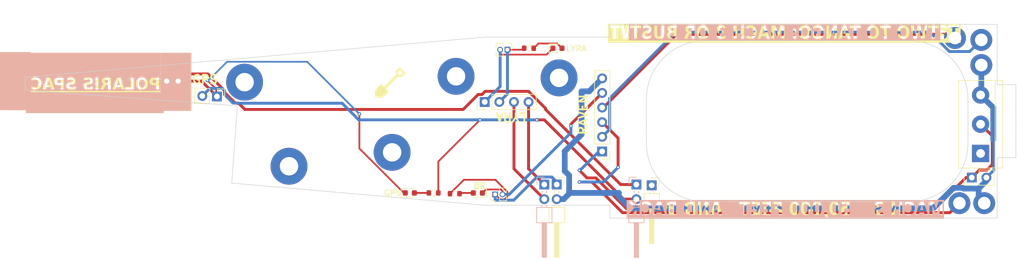
<source format=kicad_pcb>
(kicad_pcb (version 20240108) (generator "pcbnew") (generator_version "8.0")
  (layers (0 "F.Cu" signal) (31 "B.Cu" signal) (34 "B.Paste" user) (35 "F.Paste" user) (36 "B.SilkS" user "B.Silkscreen") (37 "F.SilkS" user "F.Silkscreen") (38 "B.Mask" user) (39 "F.Mask" user) (44 "Edge.Cuts" user))
  (net 0 "")
  (net 6 "/HEI")
  (net 7 "/APO_BACKUP")
  (net 8 "/APOGEE")
  (net 9 "/BR_NEG")
  (net 10 "/MAIN")
  (net 11 "/BR_POS")
  (net 12 "Net-(BT2-+)")
  (net 13 "Net-(BT2--)")
  (net 14 "Net-(BT3--)")
  (net 15 "Net-(BT3-+)")
  (net 16 "Net-(GPS1-VIN)")
  (net 17 "Net-(LYRA1-SW+)")
  (net 18 "Net-(LYRA1-SW-)")
  (net 20 "Net-(BT1-+)")
  (net 22 "Net-(D1-A)")
  (net 23 "Net-(D2-A)")
  (net 24 "Net-(D3-A)")
  (footprint "MountingHole:MountingHole_3.2mm_M3_Pad" (layer "F.Cu") (at 168.427502 52.393444)
    (property "Reference" "H1" (hide yes))
    (property "Value" "MountingHole_Pad")
    (pad "1" thru_hole circle (at 0 0) (size 6.4 6.4) (drill 3.2) (layers "*.Cu" "*.Mask"))
  )
  (footprint "Connector_PinHeader_1.27mm:PinHeader_1x02_P1.27mm_Vertical" (layer "F.Cu") (at 159.4612 47.498 -90)
    (property "Reference" "BT2" (hide yes))
    (property "Value" "Battery")
    (fp_line (start -1.11 1.965) (end -0.30753 1.965) (stroke (width 0.12)) (layer "F.SilkS"))
    (fp_line (start 0.30753 1.965) (end 1.11 1.965) (stroke (width 0.12)) (layer "F.SilkS"))
    (fp_line (start -1.11 0.76) (end -1.11 1.965) (stroke (width 0.12)) (layer "F.SilkS"))
    (fp_line (start -1.11 0.76) (end -0.563471 0.76) (stroke (width 0.12)) (layer "F.SilkS"))
    (fp_line (start 0.563471 0.76) (end 1.11 0.76) (stroke (width 0.12)) (layer "F.SilkS"))
    (fp_line (start 1.11 0.76) (end 1.11 1.965) (stroke (width 0.12)) (layer "F.SilkS"))
    (fp_line (start -1.11 0) (end -1.11 -0.76) (stroke (width 0.12)) (layer "F.SilkS"))
    (fp_line (start -1.11 -0.76) (end 0 -0.76) (stroke (width 0.12)) (layer "F.SilkS"))
    (pad "1" thru_hole rect (at 0 0 270) (size 1 1) (drill 0.65) (layers "*.Cu" "*.Mask") (net 12 "Net-(BT2-+)"))
    (pad "2" thru_hole oval (at 0 1.27 270) (size 1 1) (drill 0.65) (layers "*.Cu" "*.Mask") (net 13 "Net-(BT2--)"))
  )
  (footprint "Connector_PinHeader_2.54mm:PinHeader_2x01_P2.54mm_Horizontal" (layer "F.Cu") (at 168.021 70.931 -90)
    (property "Reference" "SW1" (hide yes))
    (property "Value" "SW_DIP_x01")
    (fp_line (start 3.98 1.33) (end 6.64 1.33) (stroke (width 0.12)) (layer "F.SilkS"))
    (fp_line (start 6.64 1.33) (end 6.64 -1.33) (stroke (width 0.12)) (layer "F.SilkS"))
    (fp_line (start 1.11 0.38) (end 1.497071 0.38) (stroke (width 0.12)) (layer "F.SilkS"))
    (fp_line (start 3.582929 0.38) (end 3.98 0.38) (stroke (width 0.12)) (layer "F.SilkS"))
    (fp_line (start 12.64 0.38) (end 6.64 0.38) (stroke (width 0.12)) (layer "F.SilkS"))
    (fp_line (start 6.64 0.28) (end 12.64 0.28) (stroke (width 0.12)) (layer "F.SilkS"))
    (fp_line (start 6.64 0.16) (end 12.64 0.16) (stroke (width 0.12)) (layer "F.SilkS"))
    (fp_line (start 6.64 0.04) (end 12.64 0.04) (stroke (width 0.12)) (layer "F.SilkS"))
    (fp_line (start -1.27 0) (end -1.27 -1.27) (stroke (width 0.12)) (layer "F.SilkS"))
    (fp_line (start 6.64 -0.08) (end 12.64 -0.08) (stroke (width 0.12)) (layer "F.SilkS"))
    (fp_line (start 6.64 -0.2) (end 12.64 -0.2) (stroke (width 0.12)) (layer "F.SilkS"))
    (fp_line (start 6.64 -0.32) (end 12.64 -0.32) (stroke (width 0.12)) (layer "F.SilkS"))
    (fp_line (start 1.11 -0.38) (end 1.497071 -0.38) (stroke (width 0.12)) (layer "F.SilkS"))
    (fp_line (start 3.582929 -0.38) (end 3.98 -0.38) (stroke (width 0.12)) (layer "F.SilkS"))
    (fp_line (start 6.64 -0.38) (end 12.64 -0.38) (stroke (width 0.12)) (layer "F.SilkS"))
    (fp_line (start 12.64 -0.38) (end 12.64 0.38) (stroke (width 0.12)) (layer "F.SilkS"))
    (fp_line (start -1.27 -1.27) (end 0 -1.27) (stroke (width 0.12)) (layer "F.SilkS"))
    (fp_line (start 3.98 -1.33) (end 3.98 1.33) (stroke (width 0.12)) (layer "F.SilkS"))
    (fp_line (start 6.64 -1.33) (end 3.98 -1.33) (stroke (width 0.12)) (layer "F.SilkS"))
    (pad "1" thru_hole rect (at 0 0 270) (size 1.7 1.7) (drill 1) (layers "*.Cu" "*.Mask") (net 20 "Net-(BT1-+)"))
    (pad "2" thru_hole oval (at 2.54 0 270) (size 1.7 1.7) (drill 1) (layers "*.Cu" "*.Mask") (net 11 "/BR_POS"))
  )
  (footprint "Connector_PinHeader_1.27mm:PinHeader_1x02_P1.27mm_Vertical" (layer "F.Cu") (at 157.3276 72.644 90)
    (property "Reference" "BT1" (hide yes))
    (property "Value" "Battery")
    (fp_line (start -1.11 -0.76) (end 0 -0.76) (stroke (width 0.12)) (layer "F.SilkS"))
    (fp_line (start -1.11 0) (end -1.11 -0.76) (stroke (width 0.12)) (layer "F.SilkS"))
    (fp_line (start 1.11 0.76) (end 1.11 1.965) (stroke (width 0.12)) (layer "F.SilkS"))
    (fp_line (start 0.563471 0.76) (end 1.11 0.76) (stroke (width 0.12)) (layer "F.SilkS"))
    (fp_line (start -1.11 0.76) (end -0.563471 0.76) (stroke (width 0.12)) (layer "F.SilkS"))
    (fp_line (start -1.11 0.76) (end -1.11 1.965) (stroke (width 0.12)) (layer "F.SilkS"))
    (fp_line (start 0.30753 1.965) (end 1.11 1.965) (stroke (width 0.12)) (layer "F.SilkS"))
    (fp_line (start -1.11 1.965) (end -0.30753 1.965) (stroke (width 0.12)) (layer "F.SilkS"))
    (pad "1" thru_hole rect (at 0 0 90) (size 1 1) (drill 0.65) (layers "*.Cu" "*.Mask") (net 20 "Net-(BT1-+)"))
    (pad "2" thru_hole oval (at 0 1.27 90) (size 1 1) (drill 0.65) (layers "*.Cu" "*.Mask") (net 9 "/BR_NEG"))
  )
  (footprint "MountingHole:MountingHole_3.2mm_M3_Pad" (layer "F.Cu") (at 121.5 67.75)
    (property "Reference" "H5" (hide yes))
    (property "Value" "MountingHole_Pad")
    (pad "1" thru_hole circle (at 0 0) (size 6.4 6.4) (drill 3.2) (layers "*.Cu" "*.Mask"))
  )
  (footprint "LED_SMD:LED_0603_1608Metric" (layer "F.Cu") (at 142.494 72.39)
    (property "Reference" "D3" (hide yes))
    (property "Value" "LED")
    (fp_line (start -1.485 -0.735) (end -1.485 0.735) (stroke (width 0.12)) (layer "F.SilkS"))
    (fp_line (start -1.485 0.735) (end 0.8 0.735) (stroke (width 0.12)) (layer "F.SilkS"))
    (fp_line (start 0.8 -0.735) (end -1.485 -0.735) (stroke (width 0.12)) (layer "F.SilkS"))
    (pad "1" smd roundrect (at -0.7875 0) (size 0.875 0.95) (layers "F.Cu" "F.Paste" "F.Mask") (net 14 "Net-(BT3--)"))
    (pad "2" smd roundrect (at 0.7875 0) (size 0.875 0.95) (layers "F.Cu" "F.Paste" "F.Mask") (net 24 "Net-(D3-A)"))
  )
  (footprint "MountingHole:MountingHole_2.2mm_M2_DIN965_Pad" (layer "F.Cu") (at 237.236 45.466)
    (property "Reference" "H6" (hide yes))
    (property "Value" "MountingHole_Pad")
    (pad "1" thru_hole circle (at 0 0) (size 3.8 3.8) (drill 2.2) (layers "*.Cu" "*.Mask") (net 8 "/APOGEE"))
  )
  (footprint "easyeda2kicad:CONN-TH_2P-P2.00_PH-2AK" (layer "F.Cu") (at 101.235 52.959)
    (property "Reference" "BT3" (hide yes))
    (property "Value" "Battery")
    (fp_line (start -3.01 -1.82) (end 2.89 -1.81) (stroke (width 0.25)) (layer "F.SilkS"))
    (fp_line (start -3.01 -0.04) (end -3 2.88) (stroke (width 0.25)) (layer "F.SilkS"))
    (fp_line (start -3.01 0.21) (end -3.01 -1.82) (stroke (width 0.25)) (layer "F.SilkS"))
    (fp_line (start -3 2.88) (end 2.89 2.88) (stroke (width 0.25)) (layer "F.SilkS"))
    (fp_line (start -2.4 -0.08) (end -2.91 -0.08) (stroke (width 0.25)) (layer "F.SilkS"))
    (fp_line (start -2.4 0.69) (end -2.91 0.69) (stroke (width 0.25)) (layer "F.SilkS"))
    (fp_line (start -0.88 -1.82) (end -0.88 -1.31) (stroke (width 0.25)) (layer "F.SilkS"))
    (fp_line (start 1.15 -1.82) (end 1.15 -1.31) (stroke (width 0.25)) (layer "F.SilkS"))
    (fp_line (start 2.3 -0.01) (end 2.8 -0.01) (stroke (width 0.25)) (layer "F.SilkS"))
    (fp_line (start 2.3 0.75) (end 2.8 0.75) (stroke (width 0.25)) (layer "F.SilkS"))
    (fp_line (start 2.89 -1.81) (end 2.89 2.88) (stroke (width 0.25)) (layer "F.SilkS"))
    (pad "1" thru_hole rect (at -1 0) (size 1.6 1.6) (drill 0.900024) (layers "*.Cu" "*.Mask") (net 15 "Net-(BT3-+)"))
    (pad "2" thru_hole circle (at 1 0) (size 1.6 1.6) (drill 0.900024) (layers "*.Cu" "*.Mask") (net 14 "Net-(BT3--)"))
  )
  (footprint "MountingHole:MountingHole_2.2mm_M2_DIN965_Pad" (layer "F.Cu") (at 237.998 74.168 180)
    (property "Reference" "H8" (hide yes))
    (property "Value" "MountingHole_Pad")
    (pad "1" thru_hole circle (at 0 0 180) (size 3.8 3.8) (drill 2.2) (layers "*.Cu" "*.Mask") (net 10 "/MAIN"))
  )
  (footprint "Resistor_SMD:R_0603_1608Metric" (layer "F.Cu") (at 146.621 72.39)
    (property "Reference" "R3" (hide yes))
    (property "Value" "1k")
    (fp_line (start -0.237258 -0.5225) (end 0.237258 -0.5225) (stroke (width 0.12)) (layer "F.SilkS"))
    (fp_line (start -0.237258 0.5225) (end 0.237258 0.5225) (stroke (width 0.12)) (layer "F.SilkS"))
    (pad "1" smd roundrect (at -0.825 0) (size 0.8 0.95) (layers "F.Cu" "F.Paste" "F.Mask") (net 24 "Net-(D3-A)"))
    (pad "2" smd roundrect (at 0.825 0) (size 0.8 0.95) (layers "F.Cu" "F.Paste" "F.Mask") (net 16 "Net-(GPS1-VIN)"))
  )
  (footprint "Resistor_SMD:R_0603_1608Metric" (layer "F.Cu") (at 150.304 72.517 180)
    (property "Reference" "R2" (hide yes))
    (property "Value" "1k")
    (fp_line (start -0.237258 0.5225) (end 0.237258 0.5225) (stroke (width 0.12)) (layer "F.SilkS"))
    (fp_line (start -0.237258 -0.5225) (end 0.237258 -0.5225) (stroke (width 0.12)) (layer "F.SilkS"))
    (pad "1" smd roundrect (at -0.825 0 180) (size 0.8 0.95) (layers "F.Cu" "F.Paste" "F.Mask") (net 23 "Net-(D2-A)"))
    (pad "2" smd roundrect (at 0.825 0 180) (size 0.8 0.95) (layers "F.Cu" "F.Paste" "F.Mask") (net 20 "Net-(BT1-+)"))
  )
  (footprint "Connector_PinHeader_2.54mm:PinHeader_1x06_P2.54mm_Vertical" (layer "F.Cu") (at 175.9204 65.1764 180)
    (property "Reference" "BR1" (hide yes))
    (property "Value" "~")
    (fp_line (start 1.33 1.27) (end 1.33 14.03) (stroke (width 0.12)) (layer "F.SilkS"))
    (fp_line (start -1.33 14.03) (end 1.33 14.03) (stroke (width 0.12)) (layer "F.SilkS"))
    (fp_line (start -1.33 1.27) (end 1.33 1.27) (stroke (width 0.12)) (layer "F.SilkS"))
    (fp_line (start -1.33 1.27) (end -1.33 14.03) (stroke (width 0.12)) (layer "F.SilkS"))
    (fp_line (start -1.33 0) (end -1.33 -1.33) (stroke (width 0.12)) (layer "F.SilkS"))
    (fp_line (start -1.33 -1.33) (end 0 -1.33) (stroke (width 0.12)) (layer "F.SilkS"))
    (pad "1" thru_hole rect (at 0 0 180) (size 1.7 1.7) (drill 1) (layers "*.Cu" "*.Mask") (net 6 "/HEI"))
    (pad "2" thru_hole oval (at 0 2.54 180) (size 1.7 1.7) (drill 1) (layers "*.Cu" "*.Mask") (net 7 "/APO_BACKUP"))
    (pad "3" thru_hole oval (at 0 5.08 180) (size 1.7 1.7) (drill 1) (layers "*.Cu" "*.Mask") (net 10 "/MAIN"))
    (pad "4" thru_hole oval (at 0 7.62 180) (size 1.7 1.7) (drill 1) (layers "*.Cu" "*.Mask") (net 8 "/APOGEE"))
    (pad "5" thru_hole oval (at 0 10.16 180) (size 1.7 1.7) (drill 1) (layers "*.Cu" "*.Mask") (net 9 "/BR_NEG"))
    (pad "6" thru_hole oval (at 0 12.7 180) (size 1.7 1.7) (drill 1) (layers "*.Cu" "*.Mask") (net 11 "/BR_POS"))
  )
  (footprint "Resistor_SMD:R_0603_1608Metric" (layer "F.Cu") (at 163.195 47.244 180)
    (property "Reference" "R1" (hide yes))
    (property "Value" "1k")
    (fp_line (start -0.237258 0.5225) (end 0.237258 0.5225) (stroke (width 0.12)) (layer "F.SilkS"))
    (fp_line (start -0.237258 -0.5225) (end 0.237258 -0.5225) (stroke (width 0.12)) (layer "F.SilkS"))
    (pad "1" smd roundrect (at -0.825 0 180) (size 0.8 0.95) (layers "F.Cu" "F.Paste" "F.Mask") (net 22 "Net-(D1-A)"))
    (pad "2" smd roundrect (at 0.825 0 180) (size 0.8 0.95) (layers "F.Cu" "F.Paste" "F.Mask") (net 12 "Net-(BT2-+)"))
  )
  (footprint "Connector_PinHeader_2.54mm:PinHeader_1x02_P2.54mm_Vertical" (layer "F.Cu") (at 240.152 69.723 90)
    (property "Reference" "J2" (hide yes))
    (property "Value" "Conn_01x02")
    (fp_line (start -1.33 -1.33) (end 0 -1.33) (stroke (width 0.12)) (layer "F.SilkS"))
    (fp_line (start -1.33 0) (end -1.33 -1.33) (stroke (width 0.12)) (layer "F.SilkS"))
    (fp_line (start 1.33 1.27) (end 1.33 3.87) (stroke (width 0.12)) (layer "F.SilkS"))
    (fp_line (start -1.33 1.27) (end 1.33 1.27) (stroke (width 0.12)) (layer "F.SilkS"))
    (fp_line (start -1.33 1.27) (end -1.33 3.87) (stroke (width 0.12)) (layer "F.SilkS"))
    (fp_line (start -1.33 3.87) (end 1.33 3.87) (stroke (width 0.12)) (layer "F.SilkS"))
    (pad "1" thru_hole rect (at 0 0 90) (size 1.7 1.7) (drill 1) (layers "*.Cu" "*.Mask") (net 6 "/HEI"))
    (pad "2" thru_hole oval (at 0 2.54 90) (size 1.7 1.7) (drill 1) (layers "*.Cu" "*.Mask") (net 11 "/BR_POS"))
  )
  (footprint "LED_SMD:LED_0603_1608Metric" (layer "F.Cu") (at 154.314 72.397 180)
    (property "Reference" "D2" (hide yes))
    (property "Value" "LED")
    (fp_line (start 0.8 -0.735) (end -1.485 -0.735) (stroke (width 0.12)) (layer "F.SilkS"))
    (fp_line (start -1.485 0.735) (end 0.8 0.735) (stroke (width 0.12)) (layer "F.SilkS"))
    (fp_line (start -1.485 -0.735) (end -1.485 0.735) (stroke (width 0.12)) (layer "F.SilkS"))
    (pad "1" smd roundrect (at -0.7875 0 180) (size 0.875 0.95) (layers "F.Cu" "F.Paste" "F.Mask") (net 9 "/BR_NEG"))
    (pad "2" smd roundrect (at 0.7875 0 180) (size 0.875 0.95) (layers "F.Cu" "F.Paste" "F.Mask") (net 23 "Net-(D2-A)"))
  )
  (footprint "Connector_PinHeader_2.54mm:PinHeader_1x04_P2.54mm_Vertical" (layer "F.Cu") (at 155.5088 56.5812 90)
    (property "Reference" "LYRA1" (hide yes))
    (property "Value" "~")
    (fp_line (start -1.33 -1.33) (end 0 -1.33) (stroke (width 0.12)) (layer "F.SilkS"))
    (fp_line (start -1.33 0) (end -1.33 -1.33) (stroke (width 0.12)) (layer "F.SilkS"))
    (fp_line (start 1.33 1.27) (end 1.33 8.95) (stroke (width 0.12)) (layer "F.SilkS"))
    (fp_line (start -1.33 1.27) (end 1.33 1.27) (stroke (width 0.12)) (layer "F.SilkS"))
    (fp_line (start -1.33 1.27) (end -1.33 8.95) (stroke (width 0.12)) (layer "F.SilkS"))
    (fp_line (start -1.33 8.95) (end 1.33 8.95) (stroke (width 0.12)) (layer "F.SilkS"))
    (pad "1" thru_hole rect (at 0 0 90) (size 1.7 1.7) (drill 1) (layers "*.Cu" "*.Mask") (net 13 "Net-(BT2--)"))
    (pad "2" thru_hole oval (at 0 2.54 90) (size 1.7 1.7) (drill 1) (layers "*.Cu" "*.Mask") (net 12 "Net-(BT2-+)"))
    (pad "3" thru_hole oval (at 0 5.08 90) (size 1.7 1.7) (drill 1) (layers "*.Cu" "*.Mask") (net 17 "Net-(LYRA1-SW+)"))
    (pad "4" thru_hole oval (at 0 7.62 90) (size 1.7 1.7) (drill 1) (layers "*.Cu" "*.Mask") (net 18 "Net-(LYRA1-SW-)"))
  )
  (footprint "MountingHole:MountingHole_2.2mm_M2_DIN965_Pad" (layer "F.Cu") (at 242.316 74.168 180)
    (property "Reference" "H9" (hide yes))
    (property "Value" "MountingHole_Pad")
    (pad "1" thru_hole circle (at 0 0 180) (size 3.8 3.8) (drill 2.2) (layers "*.Cu" "*.Mask") (net 11 "/BR_POS"))
  )
  (footprint "MountingHole:MountingHole_2.2mm_M2_DIN965_Pad" (layer "F.Cu") (at 241.808 50.165 -90)
    (property "Reference" "H11" (hide yes))
    (property "Value" "MountingHole_Pad")
    (pad "1" thru_hole circle (at 0 0 270) (size 3.8 3.8) (drill 2.2) (layers "*.Cu" "*.Mask") (net 11 "/BR_POS"))
  )
  (footprint "MountingHole:MountingHole_3.2mm_M3_Pad" (layer "F.Cu") (at 113.780646 53.142541)
    (property "Reference" "H3" (hide yes))
    (property "Value" "MountingHole_Pad")
    (pad "1" thru_hole circle (at 0 0) (size 6.4 6.4) (drill 3.2) (layers "*.Cu" "*.Mask"))
  )
  (footprint "Connector_PinHeader_2.54mm:PinHeader_1x01_P2.54mm_Horizontal" (layer "F.Cu") (at 184.531 71.063 -90)
    (property "Reference" "SW4" (hide yes))
    (property "Value" "SW_DIP_x01")
    (fp_line (start 1.44 1.33) (end 4.1 1.33) (stroke (width 0.12)) (layer "F.SilkS"))
    (fp_line (start 4.1 1.33) (end 4.1 -1.33) (stroke (width 0.12)) (layer "F.SilkS"))
    (fp_line (start 1.11 0.38) (end 1.44 0.38) (stroke (width 0.12)) (layer "F.SilkS"))
    (fp_line (start 10.1 0.38) (end 4.1 0.38) (stroke (width 0.12)) (layer "F.SilkS"))
    (fp_line (start 4.1 0.28) (end 10.1 0.28) (stroke (width 0.12)) (layer "F.SilkS"))
    (fp_line (start 4.1 0.16) (end 10.1 0.16) (stroke (width 0.12)) (layer "F.SilkS"))
    (fp_line (start 4.1 0.04) (end 10.1 0.04) (stroke (width 0.12)) (layer "F.SilkS"))
    (fp_line (start -1.27 0) (end -1.27 -1.27) (stroke (width 0.12)) (layer "F.SilkS"))
    (fp_line (start 4.1 -0.08) (end 10.1 -0.08) (stroke (width 0.12)) (layer "F.SilkS"))
    (fp_line (start 4.1 -0.2) (end 10.1 -0.2) (stroke (width 0.12)) (layer "F.SilkS"))
    (fp_line (start 4.1 -0.32) (end 10.1 -0.32) (stroke (width 0.12)) (layer "F.SilkS"))
    (fp_line (start 1.11 -0.38) (end 1.44 -0.38) (stroke (width 0.12)) (layer "F.SilkS"))
    (fp_line (start 4.1 -0.38) (end 10.1 -0.38) (stroke (width 0.12)) (layer "F.SilkS"))
    (fp_line (start 10.1 -0.38) (end 10.1 0.38) (stroke (width 0.12)) (layer "F.SilkS"))
    (fp_line (start -1.27 -1.27) (end 0 -1.27) (stroke (width 0.12)) (layer "F.SilkS"))
    (fp_line (start 1.44 -1.33) (end 1.44 1.33) (stroke (width 0.12)) (layer "F.SilkS"))
    (fp_line (start 4.1 -1.33) (end 1.44 -1.33) (stroke (width 0.12)) (layer "F.SilkS"))
    (pad "1" thru_hole rect (at 0 0 270) (size 1.7 1.7) (drill 1) (layers "*.Cu" "*.Mask"))
  )
  (footprint "MountingHole:MountingHole_3.2mm_M3_Pad" (layer "F.Cu") (at 139.416333 65.335328)
    (property "Reference" "H4" (hide yes))
    (property "Value" "MountingHole_Pad")
    (pad "1" thru_hole circle (at 0 0) (size 6.4 6.4) (drill 3.2) (layers "*.Cu" "*.Mask"))
  )
  (footprint "TerminalBlock:TerminalBlock_bornier-3_P5.08mm" (layer "F.Cu") (at 241.681 65.532 90)
    (property "Reference" "SW5" (hide yes))
    (property "Value" "SW_SPDT")
    (fp_line (start -2.54 -3.81) (end 12.7 -3.81) (stroke (width 0.12)) (layer "F.SilkS"))
    (fp_line (start -2.54 2.54) (end 12.7 2.54) (stroke (width 0.12)) (layer "F.SilkS"))
    (fp_line (start 12.7 3.81) (end 12.7 -3.81) (stroke (width 0.12)) (layer "F.SilkS"))
    (fp_line (start -2.54 3.81) (end -2.54 -3.81) (stroke (width 0.12)) (layer "F.SilkS"))
    (fp_line (start -2.54 3.81) (end 12.7 3.81) (stroke (width 0.12)) (layer "F.SilkS"))
    (pad "1" thru_hole rect (at 0 0 90) (size 3 3) (drill 1.52) (layers "*.Cu" "*.Mask"))
    (pad "2" thru_hole circle (at 5.08 0 90) (size 3 3) (drill 1.52) (layers "*.Cu" "*.Mask") (net 6 "/HEI"))
    (pad "3" thru_hole circle (at 10.16 0 90) (size 3 3) (drill 1.52) (layers "*.Cu" "*.Mask") (net 11 "/BR_POS"))
  )
  (footprint "MountingHole:MountingHole_2.2mm_M2_DIN965_Pad" (layer "F.Cu") (at 241.808 45.7962 -90)
    (property "Reference" "H10" (hide yes))
    (property "Value" "MountingHole_Pad")
    (pad "1" thru_hole circle (at 0 0 270) (size 3.8 3.8) (drill 2.2) (layers "*.Cu" "*.Mask") (net 7 "/APO_BACKUP"))
  )
  (footprint "MountingHole:MountingHole_3.2mm_M3_Pad" (layer "F.Cu") (at 150.53249 52.126007)
    (property "Reference" "H2" (hide yes))
    (property "Value" "MountingHole_Pad")
    (pad "1" thru_hole circle (at 0 0) (size 6.4 6.4) (drill 3.2) (layers "*.Cu" "*.Mask"))
  )
  (footprint "LED_SMD:LED_0603_1608Metric" (layer "F.Cu") (at 168.148 47.244)
    (property "Reference" "D1" (hide yes))
    (property "Value" "LED")
    (fp_line (start -1.485 -0.735) (end -1.485 0.735) (stroke (width 0.12)) (layer "F.SilkS"))
    (fp_line (start -1.485 0.735) (end 0.8 0.735) (stroke (width 0.12)) (layer "F.SilkS"))
    (fp_line (start 0.8 -0.735) (end -1.485 -0.735) (stroke (width 0.12)) (layer "F.SilkS"))
    (pad "1" smd roundrect (at -0.7875 0) (size 0.875 0.95) (layers "F.Cu" "F.Paste" "F.Mask") (net 13 "Net-(BT2--)"))
    (pad "2" smd roundrect (at 0.7875 0) (size 0.875 0.95) (layers "F.Cu" "F.Paste" "F.Mask") (net 22 "Net-(D1-A)"))
  )
  (footprint "Connector_PinHeader_2.54mm:PinHeader_1x02_P2.54mm_Vertical" (layer "F.Cu") (at 108.971 55.626 -92)
    (property "Reference" "GPS1" (hide yes))
    (property "Value" "~")
    (fp_line (start -1.33 3.87) (end 1.329999 3.869999) (stroke (width 0.12)) (layer "F.SilkS"))
    (fp_line (start 1.33 1.27) (end 1.329999 3.869999) (stroke (width 0.12)) (layer "F.SilkS"))
    (fp_line (start -1.330001 1.27) (end -1.33 3.87) (stroke (width 0.12)) (layer "F.SilkS"))
    (fp_line (start -1.330001 1.27) (end 1.33 1.27) (stroke (width 0.12)) (layer "F.SilkS"))
    (fp_line (start -1.33 0) (end -1.33 -1.33) (stroke (width 0.12)) (layer "F.SilkS"))
    (fp_line (start -1.33 -1.33) (end 0 -1.33) (stroke (width 0.12)) (layer "F.SilkS"))
    (pad "1" thru_hole rect (at 0 0 268) (size 1.7 1.7) (drill 1) (layers "*.Cu" "*.Mask") (net 14 "Net-(BT3--)"))
    (pad "2" thru_hole oval (at 0 2.54 268) (size 1.7 1.7) (drill 1) (layers "*.Cu" "*.Mask") (net 16 "Net-(GPS1-VIN)"))
  )
  (footprint "Connector_PinHeader_2.54mm:PinHeader_2x01_P2.54mm_Horizontal" (layer "B.Cu") (at 181.864 70.931 -90)
    (property "Reference" "SW3" (hide yes))
    (property "Value" "SW_DIP_x01")
    (fp_line (start 3.98 1.33) (end 6.64 1.33) (stroke (width 0.12)) (layer "B.SilkS"))
    (fp_line (start 6.64 1.33) (end 6.64 -1.33) (stroke (width 0.12)) (layer "B.SilkS"))
    (fp_line (start -1.27 1.27) (end -1.27 0) (stroke (width 0.12)) (layer "B.SilkS"))
    (fp_line (start 0 1.27) (end -1.27 1.27) (stroke (width 0.12)) (layer "B.SilkS"))
    (fp_line (start 1.497071 0.38) (end 1.11 0.38) (stroke (width 0.12)) (layer "B.SilkS"))
    (fp_line (start 3.98 0.38) (end 3.582929 0.38) (stroke (width 0.12)) (layer "B.SilkS"))
    (fp_line (start 12.64 0.38) (end 6.64 0.38) (stroke (width 0.12)) (layer "B.SilkS"))
    (fp_line (start 12.64 0.32) (end 6.64 0.32) (stroke (width 0.12)) (layer "B.SilkS"))
    (fp_line (start 12.64 0.2) (end 6.64 0.2) (stroke (width 0.12)) (layer "B.SilkS"))
    (fp_line (start 12.64 0.08) (end 6.64 0.08) (stroke (width 0.12)) (layer "B.SilkS"))
    (fp_line (start 12.64 -0.04) (end 6.64 -0.04) (stroke (width 0.12)) (layer "B.SilkS"))
    (fp_line (start 12.64 -0.16) (end 6.64 -0.16) (stroke (width 0.12)) (layer "B.SilkS"))
    (fp_line (start 12.64 -0.28) (end 6.64 -0.28) (stroke (width 0.12)) (layer "B.SilkS"))
    (fp_line (start 1.497071 -0.38) (end 1.11 -0.38) (stroke (width 0.12)) (layer "B.SilkS"))
    (fp_line (start 3.98 -0.38) (end 3.582929 -0.38) (stroke (width 0.12)) (layer "B.SilkS"))
    (fp_line (start 6.64 -0.38) (end 12.64 -0.38) (stroke (width 0.12)) (layer "B.SilkS"))
    (fp_line (start 12.64 -0.38) (end 12.64 0.38) (stroke (width 0.12)) (layer "B.SilkS"))
    (fp_line (start 3.98 -1.33) (end 3.98 1.33) (stroke (width 0.12)) (layer "B.SilkS"))
    (fp_line (start 6.64 -1.33) (end 3.98 -1.33) (stroke (width 0.12)) (layer "B.SilkS"))
    (pad "1" thru_hole rect (at 0 0 270) (size 1.7 1.7) (drill 1) (layers "*.Cu" "*.Mask") (net 15 "Net-(BT3-+)"))
    (pad "2" thru_hole oval (at 2.54 0 270) (size 1.7 1.7) (drill 1) (layers "*.Cu" "*.Mask") (net 16 "Net-(GPS1-VIN)"))
  )
  (footprint "Connector_PinHeader_2.54mm:PinHeader_2x01_P2.54mm_Horizontal" (layer "B.Cu") (at 165.862 70.931 -90)
    (property "Reference" "SW2" (hide yes))
    (property "Value" "SW_DIP_x01")
    (fp_line (start 3.98 1.33) (end 6.64 1.33) (stroke (width 0.12)) (layer "B.SilkS"))
    (fp_line (start 6.64 1.33) (end 6.64 -1.33) (stroke (width 0.12)) (layer "B.SilkS"))
    (fp_line (start -1.27 1.27) (end -1.27 0) (stroke (width 0.12)) (layer "B.SilkS"))
    (fp_line (start 0 1.27) (end -1.27 1.27) (stroke (width 0.12)) (layer "B.SilkS"))
    (fp_line (start 1.497071 0.38) (end 1.11 0.38) (stroke (width 0.12)) (layer "B.SilkS"))
    (fp_line (start 3.98 0.38) (end 3.582929 0.38) (stroke (width 0.12)) (layer "B.SilkS"))
    (fp_line (start 12.64 0.38) (end 6.64 0.38) (stroke (width 0.12)) (layer "B.SilkS"))
    (fp_line (start 12.64 0.32) (end 6.64 0.32) (stroke (width 0.12)) (layer "B.SilkS"))
    (fp_line (start 12.64 0.2) (end 6.64 0.2) (stroke (width 0.12)) (layer "B.SilkS"))
    (fp_line (start 12.64 0.08) (end 6.64 0.08) (stroke (width 0.12)) (layer "B.SilkS"))
    (fp_line (start 12.64 -0.04) (end 6.64 -0.04) (stroke (width 0.12)) (layer "B.SilkS"))
    (fp_line (start 12.64 -0.16) (end 6.64 -0.16) (stroke (width 0.12)) (layer "B.SilkS"))
    (fp_line (start 12.64 -0.28) (end 6.64 -0.28) (stroke (width 0.12)) (layer "B.SilkS"))
    (fp_line (start 1.497071 -0.38) (end 1.11 -0.38) (stroke (width 0.12)) (layer "B.SilkS"))
    (fp_line (start 3.98 -0.38) (end 3.582929 -0.38) (stroke (width 0.12)) (layer "B.SilkS"))
    (fp_line (start 6.64 -0.38) (end 12.64 -0.38) (stroke (width 0.12)) (layer "B.SilkS"))
    (fp_line (start 12.64 -0.38) (end 12.64 0.38) (stroke (width 0.12)) (layer "B.SilkS"))
    (fp_line (start 3.98 -1.33) (end 3.98 1.33) (stroke (width 0.12)) (layer "B.SilkS"))
    (fp_line (start 6.64 -1.33) (end 3.98 -1.33) (stroke (width 0.12)) (layer "B.SilkS"))
    (pad "1" thru_hole rect (at 0 0 270) (size 1.7 1.7) (drill 1) (layers "*.Cu" "*.Mask") (net 18 "Net-(LYRA1-SW-)"))
    (pad "2" thru_hole oval (at 2.54 0 270) (size 1.7 1.7) (drill 1) (layers "*.Cu" "*.Mask") (net 17 "Net-(LYRA1-SW+)"))
  )
  (gr_rect (start 75.8698 54.991) (end 99.6442 58.42) (stroke (width 0.2)) (fill solid) (layer "B.SilkS"))
  (gr_rect (start 99.2759 48.133) (end 104.4321 58.039) (stroke (width 0.2)) (fill solid) (layer "B.SilkS"))
  (gr_rect (start 71.374 48.006) (end 76.5302 57.912) (stroke (width 0.2)) (fill solid) (layer "B.SilkS"))
  (gr_rect (start 75.4253 48.133) (end 99.06 52.197) (stroke (width 0.2)) (fill solid) (layer "B.SilkS"))
  (gr_poly (pts (xy 140.711851 50.56753) (xy 140.720736 50.568166) (xy 140.729587 50.569228) (xy 140.738389 50.570714) (xy 140.747124 50.572624) (xy 140.755778 50.574959) (xy 140.764332 50.577718) (xy 140.77277 50.580902) (xy 140.781077 50.584511) (xy 140.789235 50.588544) (xy 140.797228 50.593002) (xy 140.805039 50.597885) (xy 140.812653 50.603192) (xy 140.820052 50.608923) (xy 140.82722 50.615079) (xy 140.83414 50.62166) (xy 141.656343 51.443863) (xy 141.662924 51.450786) (xy 141.66908 51.457955) (xy 141.674812 51.465355) (xy 141.680119 51.47297) (xy 141.685002 51.480782) (xy 141.68946 51.488776) (xy 141.693494 51.496935) (xy 141.697103 51.505241) (xy 141.700287 51.51368) (xy 141.703047 51.522234) (xy 141.705383 51.530887) (xy 141.707294 51.539623) (xy 141.70878 51.548424) (xy 141.709842 51.557274) (xy 141.71048 51.566158) (xy 141.710693 51.575058) (xy 141.710481 51.583958) (xy 141.709845 51.592842) (xy 141.708785 51.601692) (xy 141.7073 51.610493) (xy 141.70539 51.619228) (xy 141.703056 51.627881) (xy 141.700298 51.636435) (xy 141.697115 51.644873) (xy 141.693508 51.653179) (xy 141.689477 51.661337) (xy 141.685021 51.66933) (xy 141.68014 51.677142) (xy 141.674835 51.684756) (xy 141.669106 51.692155) (xy 141.662952 51.699324) (xy 141.656374 51.706245) (xy 141.341479 52.021141) (xy 141.318469 52.043238) (xy 141.294819 52.064173) (xy 141.245741 52.102572) (xy 141.194523 52.136361) (xy 141.141444 52.165565) (xy 141.086781 52.190208) (xy 141.030814 52.210314) (xy 140.973821 52.225909) (xy 140.91608 52.237015) (xy 140.857869 52.243659) (xy 140.799468 52.245863) (xy 140.741154 52.243654) (xy 140.683206 52.237054) (xy 140.625903 52.226088) (xy 140.569522 52.210781) (xy 140.514343 52.191157) (xy 140.460643 52.167241) (xy 138.347812 54.280062) (xy 138.744645 54.676896) (xy 138.748776 54.681243) (xy 138.752641 54.685746) (xy 138.756239 54.690393) (xy 138.75957 54.695175) (xy 138.762636 54.700081) (xy 138.765434 54.705101) (xy 138.767966 54.710224) (xy 138.770232 54.71544) (xy 138.772231 54.72074) (xy 138.773964 54.726111) (xy 138.77543 54.731545) (xy 138.77663 54.73703) (xy 138.777563 54.742557) (xy 138.778229 54.748114) (xy 138.77863 54.753693) (xy 138.778763 54.759281) (xy 138.77863 54.76487) (xy 138.77823 54.770448) (xy 138.777564 54.776005) (xy 138.776632 54.781531) (xy 138.775432 54.787016) (xy 138.773966 54.792449) (xy 138.772234 54.79782) (xy 138.770235 54.803118) (xy 138.767969 54.808333) (xy 138.765437 54.813455) (xy 138.762638 54.818474) (xy 138.759573 54.823379) (xy 138.756241 54.828159) (xy 138.752642 54.832805) (xy 138.748777 54.837305) (xy 138.744645 54.841651) (xy 138.086442 55.499854) (xy 138.029915 55.552922) (xy 137.970584 55.601977) (xy 137.908662 55.646955) (xy 137.84436 55.687794) (xy 137.77789 55.724429) (xy 137.709466 55.7568) (xy 137.639299 55.784842) (xy 137.567601 55.808493) (xy 137.494584 55.827691) (xy 137.42046 55.842371) (xy 137.345442 55.852472) (xy 137.269742 55.85793) (xy 137.193572 55.858683) (xy 137.117143 55.854668) (xy 137.040669 55.845821) (xy 136.964361 55.832081) (xy 136.630376 55.761005) (xy 136.619863 55.758362) (xy 136.609671 55.75499) (xy 136.599828 55.75092) (xy 136.590365 55.746179) (xy 136.581311 55.740797) (xy 136.572693 55.734803) (xy 136.564542 55.728227) (xy 136.556887 55.721097) (xy 136.549757 55.713442) (xy 136.54318 55.705292) (xy 136.537186 55.696675) (xy 136.531804 55.687622) (xy 136.527063 55.67816) (xy 136.522992 55.668319) (xy 136.519621 55.658128) (xy 136.516977 55.647617) (xy 136.445902 55.313632) (xy 136.432165 55.237326) (xy 136.423321 55.160853) (xy 136.419307 55.084426) (xy 136.420061 55.008257) (xy 136.42552 54.932558) (xy 136.43562 54.857541) (xy 136.4503 54.783419) (xy 136.469496 54.710403) (xy 136.493146 54.638705) (xy 136.521186 54.568539) (xy 136.553554 54.500116) (xy 136.590188 54.433648) (xy 136.631024 54.369347) (xy 136.676 54.307426) (xy 136.725053 54.248097) (xy 136.778119 54.191572) (xy 137.436322 53.533369) (xy 137.440669 53.529238) (xy 137.445172 53.525373) (xy 137.449819 53.521775) (xy 137.4546 53.518444) (xy 137.459506 53.515379) (xy 137.464526 53.51258) (xy 137.469649 53.510049) (xy 137.474865 53.507783) (xy 137.480164 53.505784) (xy 137.485535 53.504052) (xy 137.490968 53.502586) (xy 137.496453 53.501387) (xy 137.50198 53.500454) (xy 137.507537 53.499788) (xy 137.513115 53.499388) (xy 137.518703 53.499255) (xy 137.524292 53.499388) (xy 137.529869 53.499788) (xy 137.535427 53.500454) (xy 137.540953 53.501387) (xy 137.546437 53.502586) (xy 137.55187 53.504052) (xy 137.557241 53.505784) (xy 137.56254 53.507783) (xy 137.567755 53.510049) (xy 137.572878 53.51258) (xy 137.577897 53.515379) (xy 137.582802 53.518444) (xy 137.587583 53.521775) (xy 137.592229 53.525373) (xy 137.59673 53.529238) (xy 137.601077 53.533369) (xy 137.99791 53.930203) (xy 140.111021 51.817101) (xy 140.086898 51.762631) (xy 140.067203 51.706797) (xy 140.051938 51.649875) (xy 140.041102 51.592142) (xy 140.034697 51.533873) (xy 140.032839 51.478784) (xy 140.403493 51.478784) (xy 140.403942 51.497779) (xy 140.405294 51.516739) (xy 140.40755 51.535629) (xy 140.41071 51.554412) (xy 140.414774 51.573054) (xy 140.419741 51.591519) (xy 140.425613 51.609772) (xy 140.432388 51.627777) (xy 140.440067 51.645498) (xy 140.448651 51.662902) (xy 140.458138 51.679951) (xy 140.468529 51.69661) (xy 140.479823 51.712845) (xy 140.492022 51.728619) (xy 140.505125 51.743898) (xy 140.519131 51.758645) (xy 140.519255 51.758759) (xy 140.519369 51.758883) (xy 140.534153 51.772927) (xy 140.549461 51.786065) (xy 140.56526 51.798295) (xy 140.581513 51.809619) (xy 140.598185 51.820036) (xy 140.615243 51.829545) (xy 140.63265 51.838149) (xy 140.650372 51.845845) (xy 140.668374 51.852635) (xy 140.68662 51.858518) (xy 140.705076 51.863495) (xy 140.723706 51.867566) (xy 140.742476 51.87073) (xy 140.76135 51.872989) (xy 140.780294 51.874341) (xy 140.799273 51.874787) (xy 140.818251 51.874327) (xy 140.837193 51.872961) (xy 140.856065 51.870689) (xy 140.874831 51.867511) (xy 140.893457 51.863428) (xy 140.911907 51.858439) (xy 140.930147 51.852545) (xy 140.94814 51.845745) (xy 140.965854 51.83804) (xy 140.983251 51.829429) (xy 141.000298 51.819914) (xy 141.016959 51.809493) (xy 141.033199 51.798167) (xy 141.048984 51.785936) (xy 141.064277 51.7728) (xy 141.079045 51.758759) (xy 141.262734 51.57508) (xy 140.702934 51.01528) (xy 140.519245 51.198969) (xy 140.505231 51.21371) (xy 140.492122 51.228984) (xy 140.479916 51.244753) (xy 140.468615 51.260983) (xy 140.458217 51.277639) (xy 140.448723 51.294684) (xy 140.440132 51.312083) (xy 140.432446 51.329802) (xy 140.425663 51.347804) (xy 140.419785 51.366055) (xy 140.41481 51.384518) (xy 140.410739 51.403158) (xy 140.407572 51.42194) (xy 140.405308 51.440829) (xy 140.403949 51.459788) (xy 140.403493 51.478784) (xy 140.032839 51.478784) (xy 140.032724 51.475345) (xy 140.035182 51.416834) (xy 140.042072 51.358615) (xy 140.053396 51.300966) (xy 140.069153 51.244161) (xy 140.089345 51.188478) (xy 140.113972 51.134193) (xy 140.127949 51.10766) (xy 140.143034 51.08158) (xy 140.159229 51.055988) (xy 140.176533 51.030918) (xy 140.194946 51.006404) (xy 140.214469 50.982481) (xy 140.235101 50.959183) (xy 140.256842 50.936545) (xy 140.571737 50.62165) (xy 140.578661 50.615071) (xy 140.585831 50.608916) (xy 140.593233 50.603186) (xy 140.600848 50.59788) (xy 140.608662 50.592999) (xy 140.616657 50.588542) (xy 140.624816 50.584509) (xy 140.633124 50.580901) (xy 140.641564 50.577717) (xy 140.65012 50.574958) (xy 140.658774 50.572624) (xy 140.66751 50.570713) (xy 140.676313 50.569228) (xy 140.685164 50.568166) (xy 140.694049 50.56753) (xy 140.70295 50.567317)) (stroke (width -0.000001)) (fill solid) (layer "F.SilkS"))
  (gr_rect (start 75.946 48.641) (end 96.774 52.07) (stroke (width 0.1)) (fill solid) (layer "F.SilkS"))
  (gr_rect (start 73.279 49.784) (end 76.708 56.134) (stroke (width 0.1)) (fill solid) (layer "F.SilkS"))
  (gr_rect (start 96.52 50.165) (end 98.171 56.515) (stroke (width 0.1)) (fill solid) (layer "F.SilkS"))
  (gr_rect (start 76.2635 54.5465) (end 97.0915 57.9755) (stroke (width 0.1)) (fill solid) (layer "F.SilkS"))
  (gr_arc (start 239.487279 63.709415) (mid 236.519307 70.907867) (end 229.327304 73.891498) (stroke (width 0.1)) (layer "Edge.Cuts"))
  (gr_arc (start 193.767271 73.891498) (mid 186.592227 70.924852) (end 183.607304 63.757393) (stroke (width 0.1)) (layer "Edge.Cuts"))
  (gr_line (start 155.483053 74.526498) (end 111.546031 70.682513) (stroke (width 0.1)) (layer "Edge.Cuts"))
  (gr_line (start 155.483053 45.316498) (end 75.644122 52.301498) (stroke (width 0.1)) (layer "Edge.Cuts"))
  (gr_line (start 244.567279 66.271498) (end 247.818301 66.271498) (stroke (width 0.1)) (layer "Edge.Cuts"))
  (gr_line (start 239.487279 63.709415) (end 239.487279 59.921498) (stroke (width 0.1)) (layer "Edge.Cuts"))
  (gr_line (start 193.767271 73.891498) (end 229.327304 73.891498) (stroke (width 0.1)) (layer "Edge.Cuts"))
  (gr_line (start 239.487279 56.154599) (end 239.487279 59.921498) (stroke (width 0.1)) (layer "Edge.Cuts"))
  (gr_line (start 183.607304 59.921498) (end 183.607304 63.757393) (stroke (width 0.1)) (layer "Edge.Cuts"))
  (gr_line (start 193.767279 45.951498) (end 229.327271 45.951498) (stroke (width 0.1)) (layer "Edge.Cuts"))
  (gr_line (start 75.644122 52.301498) (end 75.644122 54.52791) (stroke (width 0.1)) (layer "Edge.Cuts"))
  (gr_arc (start 229.327271 45.951498) (mid 236.526704 48.942571) (end 239.487279 56.154599) (stroke (width 0.1)) (layer "Edge.Cuts"))
  (gr_line (start 111.546031 70.682513) (end 112.533202 57.252212) (stroke (width 0.1)) (layer "Edge.Cuts"))
  (gr_line (start 177.257279 76.748998) (end 244.567279 76.748998) (stroke (width 0.1)) (layer "Edge.Cuts"))
  (gr_arc (start 183.607304 56.08896) (mid 186.591047 48.919332) (end 193.767278 45.951498) (stroke (width 0.1)) (layer "Edge.Cuts"))
  (gr_line (start 177.257279 74.526498) (end 177.257279 76.748998) (stroke (width 0.1)) (layer "Edge.Cuts"))
  (gr_line (start 155.483053 74.526498) (end 177.257279 74.526498) (stroke (width 0.1)) (layer "Edge.Cuts"))
  (gr_line (start 112.533202 57.252212) (end 75.644122 54.52791) (stroke (width 0.1)) (layer "Edge.Cuts"))
  (gr_line (start 244.567279 43.093998) (end 244.567279 53.571498) (stroke (width 0.1)) (layer "Edge.Cuts"))
  (gr_line (start 244.567279 53.571498) (end 247.818301 53.571498) (stroke (width 0.1)) (layer "Edge.Cuts"))
  (gr_line (start 155.483053 45.316498) (end 177.257279 45.316498) (stroke (width 0.1)) (layer "Edge.Cuts"))
  (gr_line (start 244.567279 76.748998) (end 244.567279 66.271498) (stroke (width 0.1)) (layer "Edge.Cuts"))
  (gr_line (start 183.607304 59.921498) (end 183.607304 56.08896) (stroke (width 0.1)) (layer "Edge.Cuts"))
  (gr_line (start 247.818301 53.571498) (end 247.818301 59.921498) (stroke (width 0.1)) (layer "Edge.Cuts"))
  (gr_line (start 177.257279 43.093998) (end 244.567279 43.093998) (stroke (width 0.1)) (layer "Edge.Cuts"))
  (gr_line (start 177.257279 45.316498) (end 177.257279 43.093998) (stroke (width 0.1)) (layer "Edge.Cuts"))
  (gr_line (start 247.818301 66.271498) (end 247.818301 59.921498) (stroke (width 0.1)) (layer "Edge.Cuts"))
  (gr_text "POLARIS SPACE" (at 99.187 54.737 0) (layer "B.SilkS" knockout) (effects (font (size 2 2) (thickness 0.375) (bold yes) (italic yes)) (justify left bottom mirror)))
  (gr_text "MACH 3    50,000 FEET   AND BACK" (at 235.331 76.581 0) (layer "B.SilkS" knockout) (effects (font (size 2.25 2) (thickness 0.5) (bold yes) (italic yes)) (justify left bottom mirror)))
  (gr_text "TWO TO TANGO: MACH 3 OR BUST" (at 234.442 45.974 0) (layer "B.SilkS" knockout) (effects (font (size 2.25 2) (thickness 0.5) (bold yes) (italic yes)) (justify left bottom mirror)))
  (gr_text "THIRD TIMES THE CHARM" (at 187.706 76.581 0) (layer "F.SilkS" knockout) (effects (font (size 2.25 2) (thickness 0.5) (bold yes) (italic yes)) (justify left bottom)))
  (gr_text "LYRA" (at 162.941 58.323 180) (layer "F.SilkS") (effects (font (size 1.5 1.5) (thickness 0.3) (bold yes)) (justify left bottom)))
  (gr_text "GPS" (at 104.477286 53.554 0) (layer "F.SilkS") (effects (font (size 1.5 1.5) (thickness 0.3) (bold yes)) (justify left bottom)))
  (gr_text "TWO TO TANGO: 50,000 FEET OR BUST" (at 177.165 45.974 0) (layer "F.SilkS" knockout) (effects (font (size 2.25 2) (thickness 0.5) (bold yes) (italic yes)) (justify left bottom)))
  (gr_text "PLEASE WORK" (at 76.708 54.991 -0) (layer "F.SilkS" knockout) (effects (font (size 2.25 2) (thickness 0.5) (bold yes) (italic yes)) (justify left bottom)))
  (gr_text "LYRA" (at 169.545 47.879 0) (layer "F.SilkS") (effects (font (size 1 1)) (justify left bottom)))
  (gr_text "RAVEN" (at 173.482 62.484 90) (layer "F.SilkS") (effects (font (size 1.5 1.5) (thickness 0.3) (bold yes)) (justify left bottom)))
  (gr_text "BR" (at 153.514 71.662 0) (layer "F.SilkS") (effects (font (size 1 1)) (justify left bottom)))
  (gr_text "GPS" (at 137.922 73.025 0) (layer "F.SilkS") (effects (font (size 1 1)) (justify left bottom)))
  (segment (start 174.814 69.785) (end 180.148 75.119) (width 0.5) (layer "F.Cu") (net 6))
  (segment (start 171.958 68.453) (end 173.29 69.785) (width 0.5) (layer "F.Cu") (net 6))
  (segment (start 237.024598 71.818) (end 237.046 71.818) (width 0.5) (layer "F.Cu") (net 6))
  (segment (start 243.713 67.460279) (end 243.713 62.484) (width 0.5) (layer "F.Cu") (net 6))
  (segment (start 173.29 69.785) (end 174.814 69.785) (width 0.5) (layer "F.Cu") (net 6))
  (segment (start 235.648 73.216) (end 235.648 73.194598) (width 0.5) (layer "F.Cu") (net 6))
  (segment (start 242.750279 68.423) (end 243.713 67.460279) (width 0.5) (layer "F.Cu") (net 6))
  (segment (start 235.648 73.194598) (end 237.024598 71.818) (width 0.5) (layer "F.Cu") (net 6))
  (segment (start 237.046 71.818) (end 239.141 69.723) (width 0.5) (layer "F.Cu") (net 6))
  (segment (start 180.148 75.119) (end 233.745 75.119) (width 0.5) (layer "F.Cu") (net 6))
  (segment (start 233.745 75.119) (end 235.648 73.216) (width 0.5) (layer "F.Cu") (net 6))
  (segment (start 243.713 62.484) (end 241.681 60.452) (width 0.5) (layer "F.Cu") (net 6))
  (segment (start 240.152 69.723) (end 241.452 68.423) (width 0.5) (layer "F.Cu") (net 6))
  (segment (start 239.141 69.723) (end 240.152 69.723) (width 0.5) (layer "F.Cu") (net 6))
  (segment (start 241.452 68.423) (end 242.750279 68.423) (width 0.5) (layer "F.Cu") (net 6))
  (via (at 171.958 68.453) (size 0.6) (drill 0.3) (layers "F.Cu" "B.Cu") (net 6))
  (segment (start 175.9204 65.1764) (end 175.3616 65.1764) (width 0.5) (layer "B.Cu") (net 6))
  (segment (start 172.212 68.326) (end 172.085 68.326) (width 0.5) (layer "B.Cu") (net 6))
  (segment (start 172.085 68.326) (end 171.958 68.453) (width 0.5) (layer "B.Cu") (net 6))
  (segment (start 175.3616 65.1764) (end 172.212 68.326) (width 0.5) (layer "B.Cu") (net 6))
  (segment (start 241.808 45.7962) (end 239.7882 47.816) (width 0.5) (layer "B.Cu") (net 7))
  (segment (start 236.262598 47.816) (end 232.896598 44.45) (width 0.5) (layer "B.Cu") (net 7))
  (segment (start 177.2204 55.9516) (end 177.2204 61.3364) (width 0.5) (layer "B.Cu") (net 7))
  (segment (start 232.896598 44.45) (end 188.722 44.45) (width 0.5) (layer "B.Cu") (net 7))
  (segment (start 239.7882 47.816) (end 236.262598 47.816) (width 0.5) (layer "B.Cu") (net 7))
  (segment (start 188.722 44.45) (end 177.2204 55.9516) (width 0.5) (layer "B.Cu") (net 7))
  (segment (start 177.2204 61.3364) (end 175.9204 62.6364) (width 0.5) (layer "B.Cu") (net 7))
  (segment (start 237.236 45.466) (end 236.601 44.831) (width 0.5) (layer "F.Cu") (net 8))
  (segment (start 176.1236 57.5564) (end 175.9204 57.5564) (width 0.5) (layer "F.Cu") (net 8))
  (segment (start 188.849 44.831) (end 176.1236 57.5564) (width 0.5) (layer "F.Cu") (net 8))
  (segment (start 236.601 44.831) (end 188.849 44.831) (width 0.5) (layer "F.Cu") (net 8))
  (segment (start 158.335894 71.794) (end 158.5976 72.055706) (width 0.3) (layer "F.Cu") (net 9))
  (segment (start 158.5976 72.055706) (end 158.5976 72.644) (width 0.3) (layer "F.Cu") (net 9))
  (segment (start 170.4848 60.7568) (end 170.4848 60.452) (width 0.5) (layer "F.Cu") (net 9))
  (segment (start 155.1015 72.397) (end 155.7045 71.794) (width 0.3) (layer "F.Cu") (net 9))
  (segment (start 170.4848 60.452) (end 175.9204 55.0164) (width 0.5) (layer "F.Cu") (net 9))
  (segment (start 155.7045 71.794) (end 158.335894 71.794) (width 0.3) (layer "F.Cu") (net 9))
  (via (at 170.4848 60.7568) (size 0.6) (drill 0.3) (layers "F.Cu" "B.Cu") (net 9))
  (segment (start 159.766 72.644) (end 158.5976 72.644) (width 0.5) (layer "B.Cu") (net 9))
  (segment (start 170.4848 61.9252) (end 159.766 72.644) (width 0.5) (layer "B.Cu") (net 9))
  (segment (start 175.9204 55.3212) (end 175.9204 55.0164) (width 0.5) (layer "B.Cu") (net 9))
  (segment (start 170.4848 60.7568) (end 170.4848 61.9252) (width 0.5) (layer "B.Cu") (net 9))
  (segment (start 178.689 62.865) (end 178.689 67.945) (width 0.5) (layer "F.Cu") (net 10))
  (segment (start 174.117 70.485) (end 179.451 75.819) (width 0.5) (layer "F.Cu") (net 10))
  (segment (start 171.958 70.485) (end 174.117 70.485) (width 0.5) (layer "F.Cu") (net 10))
  (segment (start 236.347 75.819) (end 237.998 74.168) (width 0.5) (layer "F.Cu") (net 10))
  (segment (start 179.451 75.819) (end 236.347 75.819) (width 0.5) (layer "F.Cu") (net 10))
  (segment (start 175.9204 60.0964) (end 178.689 62.865) (width 0.5) (layer "F.Cu") (net 10))
  (via (at 178.689 67.945) (size 0.6) (drill 0.3) (layers "F.Cu" "B.Cu") (net 10))
  (via (at 171.958 70.485) (size 0.6) (drill 0.3) (layers "F.Cu" "B.Cu") (net 10))
  (segment (start 176.149 70.485) (end 171.958 70.485) (width 0.5) (layer "B.Cu") (net 10))
  (segment (start 178.689 67.945) (end 176.149 70.485) (width 0.5) (layer "B.Cu") (net 10))
  (segment (start 170.18 72.263) (end 170.18 69.342) (width 1) (layer "B.Cu") (net 11))
  (segment (start 168.021 73.471) (end 169.223081 73.471) (width 1) (layer "B.Cu") (net 11))
  (segment (start 243.967 68.448) (end 243.967 63.246) (width 0.5) (layer "B.Cu") (net 11))
  (segment (start 241.808 55.245) (end 241.681 55.372) (width 1) (layer "B.Cu") (net 11))
  (segment (start 178.816 73.025) (end 180.848 75.057) (width 1) (layer "B.Cu") (net 11))
  (segment (start 174.6204 53.7764) (end 175.9204 52.4764) (width 0.5) (layer "B.Cu") (net 11))
  (segment (start 241.808 50.165) (end 241.808 55.245) (width 1) (layer "B.Cu") (net 11))
  (segment (start 236.988044 71.501) (end 238.633 71.501) (width 1) (layer "B.Cu") (net 11))
  (segment (start 242.692 69.723) (end 243.967 68.448) (width 0.5) (layer "B.Cu") (net 11))
  (segment (start 241.347 73.199) (end 242.316 74.168) (width 1) (layer "B.Cu") (net 11))
  (segment (start 241.347 71.628) (end 241.347 73.199) (width 1) (layer "B.Cu") (net 11))
  (segment (start 242.692 70.283) (end 242.692 69.723) (width 1) (layer "B.Cu") (net 11))
  (segment (start 176.11073 72.39) (end 178.816 72.39) (width 1) (layer "B.Cu") (net 11))
  (segment (start 172.339 62.23) (end 172.339 54.737) (width 1) (layer "B.Cu") (net 11))
  (segment (start 233.432044 75.057) (end 236.988044 71.501) (width 1) (layer "B.Cu") (net 11))
  (segment (start 173.6598 54.737) (end 175.9204 52.4764) (width 1) (layer "B.Cu") (net 11))
  (segment (start 180.848 75.057) (end 233.432044 75.057) (width 1) (layer "B.Cu") (net 11))
  (segment (start 243.881 57.572) (end 243.881 63.16) (width 1) (layer "B.Cu") (net 11))
  (segment (start 241.681 55.372) (end 243.881 57.572) (width 1) (layer "B.Cu") (net 11))
  (segment (start 178.816 72.39) (end 178.816 73.025) (width 1) (layer "B.Cu") (net 11))
  (segment (start 238.76 71.628) (end 241.347 71.628) (width 1) (layer "B.Cu") (net 11))
  (segment (start 170.30554 72.38854) (end 176.10927 72.38854) (width 1) (layer "B.Cu") (net 11))
  (segment (start 241.347 71.628) (end 242.692 70.283) (width 1) (layer "B.Cu") (net 11))
  (segment (start 172.339 54.737) (end 173.6598 54.737) (width 1) (layer "B.Cu") (net 11))
  (segment (start 169.418 68.58) (end 169.418 65.151) (width 1) (layer "B.Cu") (net 11))
  (segment (start 169.418 65.151) (end 172.339 62.23) (width 1) (layer "B.Cu") (net 11))
  (segment (start 176.10927 72.38854) (end 176.11073 72.39) (width 1) (layer "B.Cu") (net 11))
  (segment (start 169.223081 73.471) (end 170.30554 72.38854) (width 1) (layer "B.Cu") (net 11))
  (segment (start 238.633 71.501) (end 238.76 71.628) (width 1) (layer "B.Cu") (net 11))
  (segment (start 170.18 69.342) (end 169.418 68.58) (width 1) (layer "B.Cu") (net 11))
  (segment (start 170.30554 72.38854) (end 170.18 72.263) (width 1) (layer "B.Cu") (net 11))
  (segment (start 159.4612 47.498) (end 162.116 47.498) (width 0.3) (layer "F.Cu") (net 12))
  (segment (start 162.116 47.498) (end 162.37 47.244) (width 0.3) (layer "F.Cu") (net 12))
  (segment (start 158.0488 56.5812) (end 159.4612 55.1688) (width 0.5) (layer "B.Cu") (net 12))
  (segment (start 159.4612 55.1688) (end 159.4612 47.498) (width 0.5) (layer "B.Cu") (net 12))
  (segment (start 158.1912 48.205106) (end 158.1912 47.498) (width 0.3) (layer "F.Cu") (net 13))
  (segment (start 158.334094 48.348) (end 158.1912 48.205106) (width 0.3) (layer "F.Cu") (net 13))
  (segment (start 167.3605 47.244) (end 166.2565 48.348) (width 0.3) (layer "F.Cu") (net 13))
  (segment (start 166.2565 48.348) (end 158.334094 48.348) (width 0.3) (layer "F.Cu") (net 13))
  (segment (start 158.1912 47.498) (end 158.1912 53.8988) (width 0.5) (layer "B.Cu") (net 13))
  (segment (start 158.1912 53.8988) (end 155.5088 56.5812) (width 0.5) (layer "B.Cu") (net 13))
  (segment (start 108.8415 55.4965) (end 108.8415 54.3585) (width 0.3) (layer "F.Cu") (net 14))
  (segment (start 133.731 64.670454) (end 141.450546 72.39) (width 0.3) (layer "F.Cu") (net 14))
  (segment (start 141.450546 72.39) (end 141.7065 72.39) (width 0.3) (layer "F.Cu") (net 14))
  (segment (start 106.304 52.959) (end 108.971 55.626) (width 0.5) (layer "F.Cu") (net 14))
  (segment (start 102.235 52.959) (end 106.304 52.959) (width 0.5) (layer "F.Cu") (net 14))
  (segment (start 133.731 58.674) (end 133.731 64.670454) (width 0.3) (layer "F.Cu") (net 14))
  (segment (start 108.8415 54.3585) (end 107.315 52.832) (width 0.3) (layer "F.Cu") (net 14))
  (segment (start 108.971 55.626) (end 108.8415 55.4965) (width 0.3) (layer "F.Cu") (net 14))
  (via (at 107.315 52.832) (size 0.6) (drill 0.3) (layers "F.Cu" "B.Cu") (net 14))
  (via (at 133.731 58.674) (size 0.6) (drill 0.3) (layers "F.Cu" "B.Cu") (net 14))
  (segment (start 107.315 52.832) (end 107.498113 52.832) (width 0.3) (layer "B.Cu") (net 14))
  (segment (start 124.649541 49.592541) (end 133.731 58.674) (width 0.3) (layer "B.Cu") (net 14))
  (segment (start 107.498113 52.832) (end 110.737572 49.592541) (width 0.3) (layer "B.Cu") (net 14))
  (segment (start 110.737572 49.592541) (end 124.649541 49.592541) (width 0.3) (layer "B.Cu") (net 14))
  (segment (start 166.0852 57.699122) (end 166.0852 57.8812) (width 0.5) (layer "F.Cu") (net 15))
  (segment (start 151.765 57.8812) (end 154.365 55.2812) (width 0.5) (layer "F.Cu") (net 15))
  (segment (start 110.300147 54.928147) (end 112.144263 56.772263) (width 0.5) (layer "F.Cu") (net 15))
  (segment (start 112.144263 56.772263) (end 112.752235 56.817162) (width 0.5) (layer "F.Cu") (net 15))
  (segment (start 154.365 55.2812) (end 155.0308 55.2812) (width 0.5) (layer "F.Cu") (net 15))
  (segment (start 107.389362 51.709) (end 110.300147 54.619785) (width 0.5) (layer "F.Cu") (net 15))
  (segment (start 163.123078 54.737) (end 166.0852 57.699122) (width 0.5) (layer "F.Cu") (net 15))
  (segment (start 101.485 51.709) (end 107.389362 51.709) (width 0.5) (layer "F.Cu") (net 15))
  (segment (start 179.135 70.931) (end 181.864 70.931) (width 0.5) (layer "F.Cu") (net 15))
  (segment (start 100.235 52.959) (end 101.485 51.709) (width 0.5) (layer "F.Cu") (net 15))
  (segment (start 112.752235 56.817162) (end 113.816273 57.8812) (width 0.5) (layer "F.Cu") (net 15))
  (segment (start 155.0308 55.2812) (end 155.575 54.737) (width 0.5) (layer "F.Cu") (net 15))
  (segment (start 110.300147 54.619785) (end 110.300147 54.928147) (width 0.5) (layer "F.Cu") (net 15))
  (segment (start 113.816273 57.8812) (end 151.765 57.8812) (width 0.5) (layer "F.Cu") (net 15))
  (segment (start 166.0852 57.8812) (end 179.135 70.931) (width 0.5) (layer "F.Cu") (net 15))
  (segment (start 155.575 54.737) (end 163.123078 54.737) (width 0.5) (layer "F.Cu") (net 15))
  (segment (start 165.862 59.69) (end 164.592 59.69) (width 0.5) (layer "F.Cu") (net 16))
  (segment (start 179.643 73.471) (end 165.862 59.69) (width 0.5) (layer "F.Cu") (net 16))
  (segment (start 147.446 66.93) (end 154.686 59.69) (width 0.3) (layer "F.Cu") (net 16))
  (segment (start 147.446 72.39) (end 147.446 66.93) (width 0.3) (layer "F.Cu") (net 16))
  (segment (start 181.864 73.471) (end 179.643 73.471) (width 0.5) (layer "F.Cu") (net 16))
  (via (at 164.592 59.69) (size 0.6) (drill 0.3) (layers "F.Cu" "B.Cu") (net 16))
  (via (at 154.686 59.69) (size 0.6) (drill 0.3) (layers "F.Cu" "B.Cu") (net 16))
  (segment (start 130.729203 56.803574) (end 112.568246 56.803574) (width 0.5) (layer "B.Cu") (net 16))
  (segment (start 107.740902 54.229) (end 106.432547 55.537355) (width 0.5) (layer "B.Cu") (net 16))
  (segment (start 110.300147 54.619785) (end 109.909362 54.229) (width 0.5) (layer "B.Cu") (net 16))
  (segment (start 164.592 59.69) (end 133.615629 59.69) (width 0.5) (layer "B.Cu") (net 16))
  (segment (start 111.732882 56.741882) (end 110.300147 55.309147) (width 0.5) (layer "B.Cu") (net 16))
  (segment (start 109.909362 54.229) (end 107.740902 54.229) (width 0.5) (layer "B.Cu") (net 16))
  (segment (start 112.568246 56.803574) (end 111.732882 56.741882) (width 0.5) (layer "B.Cu") (net 16))
  (segment (start 110.300147 55.309147) (end 110.300147 54.619785) (width 0.5) (layer "B.Cu") (net 16))
  (segment (start 133.615629 59.69) (end 130.729203 56.803574) (width 0.5) (layer "B.Cu") (net 16))
  (segment (start 160.5888 56.5812) (end 160.5888 68.1978) (width 0.5) (layer "F.Cu") (net 17))
  (segment (start 160.5888 68.1978) (end 165.862 73.471) (width 0.5) (layer "F.Cu") (net 17))
  (segment (start 163.1288 68.1978) (end 165.862 70.931) (width 0.5) (layer "F.Cu") (net 18))
  (segment (start 163.1288 56.5812) (end 163.1288 68.1978) (width 0.5) (layer "F.Cu") (net 18))
  (segment (start 157.3276 72.644) (end 158.1776 73.494) (width 0.3) (layer "F.Cu") (net 20))
  (segment (start 159.4476 72.1986) (end 157.353 70.104) (width 0.3) (layer "F.Cu") (net 20))
  (segment (start 158.1776 73.494) (end 158.949682 73.494) (width 0.3) (layer "F.Cu") (net 20))
  (segment (start 159.4476 72.996082) (end 159.4476 72.1986) (width 0.3) (layer "F.Cu") (net 20))
  (segment (start 157.353 70.104) (end 151.892 70.104) (width 0.3) (layer "F.Cu") (net 20))
  (segment (start 151.892 70.104) (end 149.479 72.517) (width 0.3) (layer "F.Cu") (net 20))
  (segment (start 158.949682 73.494) (end 159.4476 72.996082) (width 0.3) (layer "F.Cu") (net 20))
  (segment (start 160.549 73.644) (end 164.562 69.631) (width 0.5) (layer "B.Cu") (net 20))
  (segment (start 168.021 70.49) (end 168.021 70.931) (width 0.5) (layer "B.Cu") (net 20))
  (segment (start 157.3276 73.644) (end 160.549 73.644) (width 0.5) (layer "B.Cu") (net 20))
  (segment (start 157.3276 72.644) (end 157.3276 73.644) (width 0.5) (layer "B.Cu") (net 20))
  (segment (start 164.562 69.631) (end 167.162 69.631) (width 0.5) (layer "B.Cu") (net 20))
  (segment (start 167.162 69.631) (end 168.021 70.49) (width 0.5) (layer "B.Cu") (net 20))
  (segment (start 164.845 46.419) (end 168.1105 46.419) (width 0.3) (layer "F.Cu") (net 22))
  (segment (start 168.1105 46.419) (end 168.9355 47.244) (width 0.3) (layer "F.Cu") (net 22))
  (segment (start 164.02 47.244) (end 164.845 46.419) (width 0.3) (layer "F.Cu") (net 22))
  (segment (start 153.5265 72.397) (end 151.249 72.397) (width 0.3) (layer "F.Cu") (net 23))
  (segment (start 151.249 72.397) (end 151.129 72.517) (width 0.3) (layer "F.Cu") (net 23))
  (segment (start 145.796 72.39) (end 143.2815 72.39) (width 0.3) (layer "F.Cu") (net 24))
)
</source>
